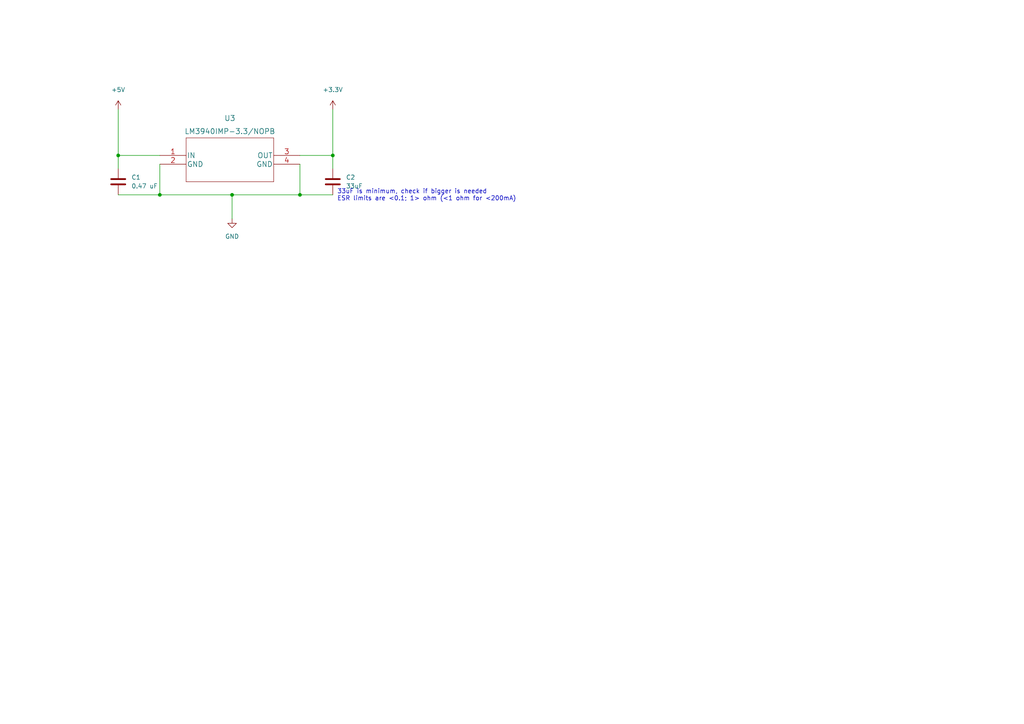
<source format=kicad_sch>
(kicad_sch (version 20211123) (generator eeschema)
  (paper "A4")
  (lib_symbols
    (symbol "Device:C" (pin_numbers hide) (pin_names (offset 0.254))
      (property "Reference" "C" (at 0.635 2.54 0))
      (property "Value" "C" (at 0.635 -2.54 0))
      (symbol "C_0_1"
        (polyline (pts (xy -2.032 -0.762) (xy 2.032 -0.762)) (stroke (width 0.508)))
        (polyline (pts (xy -2.032 0.762) (xy 2.032 0.762)) (stroke (width 0.508)))
      )
      (symbol "C_1_1"
        (pin passive line (at 0 3.81 270) (length 2.794) (name "~") (number "1"))
        (pin passive line (at 0 -3.81 90) (length 2.794) (name "~") (number "2"))
      )
    )
    (symbol "LM3940:LM3940IMP-3.3{slash}NOPB" (pin_names (offset 0.254))
      (property "Reference" "U" (at 20.32 10.16 0))
      (property "Value" "LM3940IMP-3.3{slash}NOPB" (at 20.32 7.62 0))
      (symbol "LM3940IMP-3.3{slash}NOPB_1_1"
        (polyline (pts (xy 7.62 -7.62) (xy 33.02 -7.62)) (stroke (width 0.127)))
        (polyline (pts (xy 7.62 5.08) (xy 7.62 -7.62)) (stroke (width 0.127)))
        (polyline (pts (xy 33.02 -7.62) (xy 33.02 5.08)) (stroke (width 0.127)))
        (polyline (pts (xy 33.02 5.08) (xy 7.62 5.08)) (stroke (width 0.127)))
        (pin input line (at 0 0 0) (length 7.62) (name "IN") (number "1"))
        (pin passive line (at 0 -2.54 0) (length 7.62) (name "GND") (number "2"))
        (pin output line (at 40.64 0 180) (length 7.62) (name "OUT") (number "3"))
        (pin passive line (at 40.64 -2.54 180) (length 7.62) (name "GND") (number "4"))
      )
    )
    (symbol "power:+3.3V" (power) (pin_names (offset 0))
      (property "Value" "+3.3V" (at 0 3.556 0))
      (symbol "+3.3V_0_1"
        (polyline (pts (xy -0.762 1.27) (xy 0 2.54)))
        (polyline (pts (xy 0 0) (xy 0 2.54)))
        (polyline (pts (xy 0 2.54) (xy 0.762 1.27)))
      )
      (symbol "+3.3V_1_1"
        (pin power_in line (at 0 0 90) (length 0) hide (name "+3.3V") (number "1"))
      )
    )
    (symbol "power:+5V" (power) (pin_names (offset 0))
      (property "Value" "+5V" (at 0 3.556 0))
      (symbol "+5V_0_1"
        (polyline (pts (xy -0.762 1.27) (xy 0 2.54)))
        (polyline (pts (xy 0 0) (xy 0 2.54)))
        (polyline (pts (xy 0 2.54) (xy 0.762 1.27)))
      )
      (symbol "+5V_1_1"
        (pin power_in line (at 0 0 90) (length 0) hide (name "+5V") (number "1"))
      )
    )
    (symbol "power:GND" (power) (pin_names (offset 0))
      (property "Value" "GND" (at 0 -3.81 0))
      (symbol "GND_0_1"
        (polyline (pts (xy 0 0) (xy 0 -1.27) (xy 1.27 -1.27) (xy 0 -2.54) (xy -1.27 -1.27) (xy 0 -1.27)))
      )
      (symbol "GND_1_1"
        (pin power_in line (at 0 0 270) (length 0) hide (name "GND") (number "1"))
      )
    )
  )
  (junction (at 46.355 56.515))
  (junction (at 67.31 56.515))
  (junction (at 34.29 45.085))
  (junction (at 86.995 56.515))
  (junction (at 96.52 45.085))
  (wire (pts (xy 34.29 45.085) (xy 34.29 48.895)))
  (wire (pts (xy 96.52 45.085) (xy 96.52 48.895)))
  (wire (pts (xy 34.29 31.75) (xy 34.29 45.085)))
  (wire (pts (xy 67.31 56.515) (xy 86.995 56.515)))
  (wire (pts (xy 86.995 45.085) (xy 96.52 45.085)))
  (wire (pts (xy 67.31 56.515) (xy 67.31 63.5)))
  (wire (pts (xy 34.29 56.515) (xy 46.355 56.515)))
  (wire (pts (xy 46.355 45.085) (xy 34.29 45.085)))
  (wire (pts (xy 96.52 31.75) (xy 96.52 45.085)))
  (wire (pts (xy 86.995 56.515) (xy 96.52 56.515)))
  (wire (pts (xy 46.355 56.515) (xy 67.31 56.515)))
  (wire (pts (xy 86.995 47.625) (xy 86.995 56.515)))
  (wire (pts (xy 46.355 47.625) (xy 46.355 56.515)))
  (text "33uF is minimum, check if bigger is needed\nESR limits are <0.1; 1> ohm (<1 ohm for <200mA) " (at 97.79 58.42 0) (effects (font (size 1.27 1.27)) (justify left bottom)))
  (symbol (lib_id "power:+5V") (at 34.29 31.75 0) (unit 1)
    (property "Reference" "#PWR09" (effects hide))
    (property "Value" "+5V" (at 34.29 26.035 0))
  )
  (symbol (lib_id "Device:C") (at 34.29 52.705 0) (unit 1)
    (property "Reference" "C1" (at 38.1 51.4349 0) (effects (justify left)))
    (property "Value" "0.47 uF" (at 38.1 53.9749 0) (effects (justify left)))
  )
  (symbol (lib_id "Device:C") (at 96.52 52.705 0) (unit 1)
    (property "Reference" "C2" (at 100.33 51.4349 0) (effects (justify left)))
    (property "Value" "33uF" (at 100.33 53.9749 0) (effects (justify left)))
  )
  (symbol (lib_id "power:+3.3V") (at 96.52 31.75 0) (unit 1)
    (property "Reference" "#PWR011" (effects hide))
    (property "Value" "+3.3V" (at 96.52 26.035 0))
  )
  (symbol (lib_id "power:GND") (at 67.31 63.5 0) (unit 1)
    (property "Reference" "#PWR010" (effects hide))
    (property "Value" "GND" (at 67.31 68.58 0))
  )
  (symbol (lib_id "LM3940:LM3940IMP-3.3{slash}NOPB") (at 46.355 45.085 0) (unit 1)
    (property "Reference" "U3" (at 66.675 34.29 0) (effects (font (size 1.524 1.524))))
    (property "Value" "LM3940IMP-3.3/NOPB" (at 66.675 38.1 0) (effects (font (size 1.524 1.524))))
    (property "Footprint" "MP04A" (effects hide))
    (property "Datasheet" "https://www.ti.com/lit/ds/symlink/lm3940.pdf?ts=1679166542119&ref_url=https%253A%252F%252Fapp.ultralibrarian.com%252F" (effects hide))
  )
)
</source>
